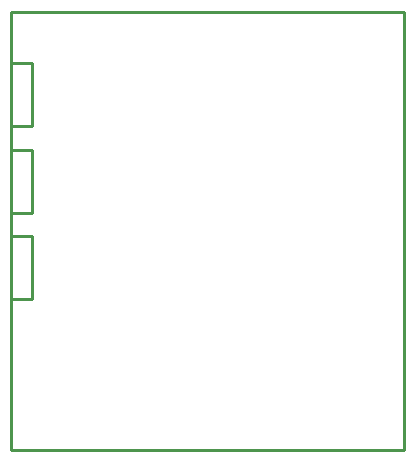
<source format=gko>
G04 Layer: BoardOutlineLayer*
G04 EasyEDA v6.5.42, 2024-06-11 14:58:49*
G04 7db2e0652eb0440fb163e0b1e141f317,b485016a937d426fb03638db52ce050d,10*
G04 Gerber Generator version 0.2*
G04 Scale: 100 percent, Rotated: No, Reflected: No *
G04 Dimensions in millimeters *
G04 leading zeros omitted , absolute positions ,4 integer and 5 decimal *
%FSLAX45Y45*%
%MOMM*%

%ADD10C,0.2540*%
D10*
X4394200Y6248400D02*
G01*
X7632700Y6248400D01*
X7632700Y2540000D01*
X4305300Y2540000D01*
X4305300Y6248400D01*
X4394200Y6248400D01*
X4305498Y4356097D02*
G01*
X4483298Y4356097D01*
X4483298Y3822697D01*
X4305498Y3822697D01*
X4305498Y3733797D01*
X4305498Y4356097D02*
G01*
X4305498Y4444997D01*
X4305498Y5086347D02*
G01*
X4483298Y5086347D01*
X4483298Y4552947D01*
X4305498Y4552947D01*
X4305498Y4464047D01*
X4305498Y5086347D02*
G01*
X4305498Y5175247D01*
X4305498Y5816597D02*
G01*
X4483298Y5816597D01*
X4483298Y5283197D01*
X4305498Y5283197D01*
X4305498Y5194297D01*
X4305498Y5816597D02*
G01*
X4305498Y5905497D01*

%LPD*%
M02*

</source>
